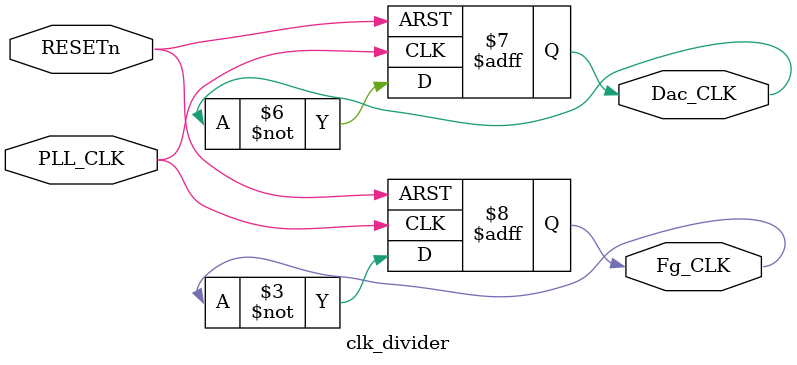
<source format=v>
module clk_divider(PLL_CLK,RESETn,Fg_CLK,Dac_CLK);
    input PLL_CLK;
    input RESETn; //active_low
    output reg Fg_CLK;
    output reg Dac_CLK;


always @(posedge PLL_CLK or negedge RESETn) begin
    if(~RESETn)
        Fg_CLK = 0;
    else
        Fg_CLK = ~Fg_CLK;
end

always @(negedge PLL_CLK or negedge RESETn) begin
    if(~RESETn)
        Dac_CLK = 0;
    else
        Dac_CLK = ~Dac_CLK;
end
endmodule
</source>
